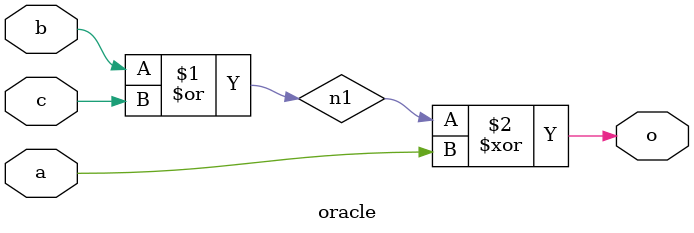
<source format=v>
module oracle (a,b,c,o);
    input a,b,c;
    output o;

    wire n1;

    or(n1,b,c);
    xor(o,n1,a);
endmodule
</source>
